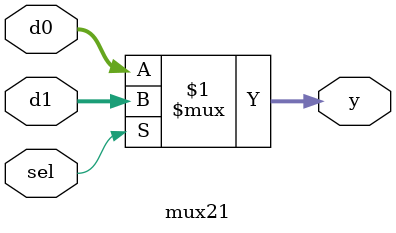
<source format=sv>
module mux21 #(parameter WIDTH =8)(
		input logic [WIDTH-1:0] d0,
		input logic [WIDTH-1:0] d1,
		input logic sel,
		output logic [WIDTH-1:0] y
		);

	assign y = sel? d1 : d0;

endmodule
		

</source>
